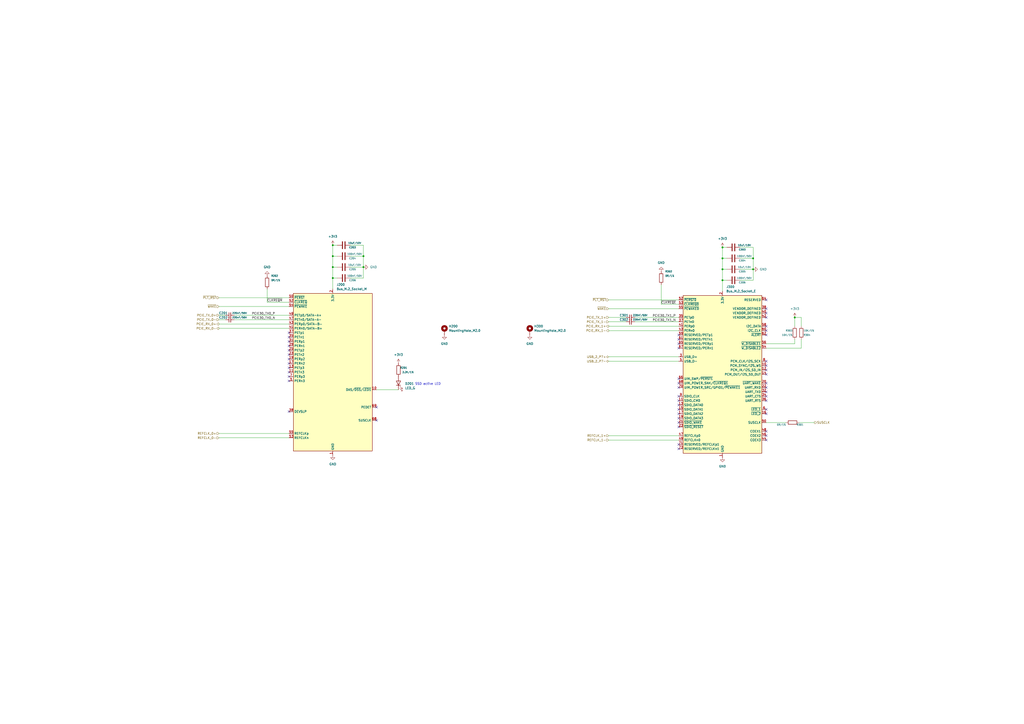
<source format=kicad_sch>
(kicad_sch (version 20231120) (generator "eeschema") (generator_version "8.0")
  (paper "A2")
  (title_block (title "nvme Carrier for LattePanda Mu") (date "2024-07-13") (rev "V1.0"))
  (lib_symbols
    (symbol "Connector:Bus_M.2_Socket_E"
      (property "Reference" "J16" (at 2.1941 50.8 0))
      (property "Value" "Bus_M.2_Socket_E" (at 2.1941 48.26 0))
      (symbol "Bus_M.2_Socket_E_0_1"
        (rectangle (start -22.86 45.72) (end 22.86 -45.72) (stroke (width 0.254)) (fill (type background)))
      )
      (symbol "Bus_M.2_Socket_E_1_1"
        (pin power_in line (at 0 -48.26 90) (length 2.54) (name "GND") (number "1"))
        (pin bidirectional line (at 25.4 5.08 180) (length 2.54) (name "PCM_SYNC/I2S_WS") (number "10"))
        (pin bidirectional line (at -25.4 -15.24 0) (length 2.54) (name "SDIO_CMD") (number "11"))
        (pin input line (at 25.4 2.54 180) (length 2.54) (name "PCM_IN/I2S_SD_IN") (number "12"))
        (pin bidirectional line (at -25.4 -17.78 0) (length 2.54) (name "SDIO_DATA0") (number "13"))
        (pin output line (at 25.4 0 180) (length 2.54) (name "PCM_OUT/I2S_SD_OUT") (number "14"))
        (pin bidirectional line (at -25.4 -20.32 0) (length 2.54) (name "SDIO_DATA1") (number "15"))
        (pin open_collector line (at 25.4 -22.86 180) (length 2.54) (name "~{LED_2}") (number "16"))
        (pin bidirectional line (at -25.4 -22.86 0) (length 2.54) (name "SDIO_DATA2") (number "17"))
        (pin passive line (at 0 -48.26 90) (length 2.54) hide (name "GND") (number "18"))
        (pin bidirectional line (at -25.4 -25.4 0) (length 2.54) (name "SDIO_DATA3") (number "19"))
        (pin power_in line (at 0 48.26 270) (length 2.54) (name "3.3V") (number "2"))
        (pin input line (at 25.4 -5.08 180) (length 2.54) (name "~{UART_WAKE}") (number "20"))
        (pin input line (at -25.4 -27.94 0) (length 2.54) (name "~{SDIO_WAKE}") (number "21"))
        (pin input line (at 25.4 -7.62 180) (length 2.54) (name "UART_RXD") (number "22"))
        (pin output line (at -25.4 -30.48 0) (length 2.54) (name "~{SDIO_RESET}") (number "23"))
        (pin bidirectional line (at -25.4 10.16 0) (length 2.54) (name "USB_D+") (number "3"))
        (pin output line (at 25.4 -10.16 180) (length 2.54) (name "UART_TXD") (number "32"))
        (pin passive line (at 0 -48.26 90) (length 2.54) hide (name "GND") (number "33"))
        (pin input line (at 25.4 -12.7 180) (length 2.54) (name "UART_CTS") (number "34"))
        (pin output line (at -25.4 33.02 0) (length 2.54) (name "PETp0") (number "35"))
        (pin output line (at 25.4 -15.24 180) (length 2.54) (name "UART_RTS") (number "36"))
        (pin output line (at -25.4 30.48 0) (length 2.54) (name "PETn0") (number "37"))
        (pin passive line (at 25.4 38.1 180) (length 2.54) (name "VENDOR_DEFINED") (number "38"))
        (pin passive line (at 0 -48.26 90) (length 2.54) hide (name "GND") (number "39"))
        (pin passive line (at 0 48.26 270) (length 2.54) hide (name "3.3V") (number "4"))
        (pin passive line (at 25.4 35.56 180) (length 2.54) (name "VENDOR_DEFINED") (number "40"))
        (pin input line (at -25.4 27.94 0) (length 2.54) (name "PERp0") (number "41"))
        (pin passive line (at 25.4 33.02 180) (length 2.54) (name "VENDOR_DEFINED") (number "42"))
        (pin input line (at -25.4 25.4 0) (length 2.54) (name "PERn0") (number "43"))
        (pin bidirectional line (at 25.4 -38.1 180) (length 2.54) (name "COEX3") (number "44"))
        (pin passive line (at 0 -48.26 90) (length 2.54) hide (name "GND") (number "45"))
        (pin bidirectional line (at 25.4 -35.56 180) (length 2.54) (name "COEX2") (number "46"))
        (pin output line (at -25.4 -35.56 0) (length 2.54) (name "REFCLKp0") (number "47"))
        (pin bidirectional line (at 25.4 -33.02 180) (length 2.54) (name "COEX1") (number "48"))
        (pin output line (at -25.4 -38.1 0) (length 2.54) (name "REFCLKn0") (number "49"))
        (pin bidirectional line (at -25.4 7.62 0) (length 2.54) (name "USB_D-") (number "5"))
        (pin output line (at 25.4 -27.94 180) (length 2.54) (name "SUSCLK") (number "50"))
        (pin passive line (at 0 -48.26 90) (length 2.54) hide (name "GND") (number "51"))
        (pin output line (at -25.4 43.18 0) (length 2.54) (name "~{PERST0}") (number "52"))
        (pin bidirectional line (at -25.4 40.64 0) (length 2.54) (name "~{CLKREQ0}") (number "53"))
        (pin output line (at 25.4 15.24 180) (length 2.54) (name "~{W_DISABLE2}") (number "54"))
        (pin bidirectional line (at -25.4 38.1 0) (length 2.54) (name "~{PEWAKE0}") (number "55"))
        (pin output line (at 25.4 17.78 180) (length 2.54) (name "~{W_DISABLE1}") (number "56"))
        (pin passive line (at 0 -48.26 90) (length 2.54) hide (name "GND") (number "57"))
        (pin bidirectional line (at 25.4 27.94 180) (length 2.54) (name "I2C_DATA") (number "58"))
        (pin output line (at -25.4 22.86 0) (length 2.54) (name "RESERVED/PETp1") (number "59"))
        (pin open_collector line (at 25.4 -20.32 180) (length 2.54) (name "~{LED_1}") (number "6"))
        (pin output line (at 25.4 25.4 180) (length 2.54) (name "I2C_CLK") (number "60"))
        (pin output line (at -25.4 20.32 0) (length 2.54) (name "RESERVED/PETn1") (number "61"))
        (pin input line (at 25.4 22.86 180) (length 2.54) (name "~{ALERT}") (number "62"))
        (pin passive line (at 0 -48.26 90) (length 2.54) hide (name "GND") (number "63"))
        (pin passive line (at 25.4 43.18 180) (length 2.54) (name "RESERVED") (number "64"))
        (pin input line (at -25.4 17.78 0) (length 2.54) (name "RESERVED/PERp1") (number "65"))
        (pin output line (at -25.4 -2.54 0) (length 2.54) (name "UIM_SWP/~{PERST1}") (number "66"))
        (pin input line (at -25.4 15.24 0) (length 2.54) (name "RESERVED/PERn1") (number "67"))
        (pin bidirectional line (at -25.4 -5.08 0) (length 2.54) (name "UIM_POWER_SNK/~{CLKREQ1}") (number "68"))
        (pin passive line (at 0 -48.26 90) (length 2.54) hide (name "GND") (number "69"))
        (pin passive line (at 0 -48.26 90) (length 2.54) hide (name "GND") (number "7"))
        (pin bidirectional line (at -25.4 -7.62 0) (length 2.54) (name "UIM_POWER_SRC/GPIO1/~{PEWAKE1}") (number "70"))
        (pin output line (at -25.4 -40.64 0) (length 2.54) (name "RESERVED/REFCLKp1") (number "71"))
        (pin passive line (at 0 48.26 270) (length 2.54) hide (name "3.3V") (number "72"))
        (pin output line (at -25.4 -43.18 0) (length 2.54) (name "RESERVED/REFCLKn1") (number "73"))
        (pin passive line (at 0 48.26 270) (length 2.54) hide (name "3.3V") (number "74"))
        (pin passive line (at 0 -48.26 90) (length 2.54) hide (name "GND") (number "75"))
        (pin bidirectional line (at 25.4 7.62 180) (length 2.54) (name "PCM_CLK/I2S_SCK") (number "8"))
        (pin output line (at -25.4 -12.7 0) (length 2.54) (name "SDIO_CLK") (number "9"))
        (pin passive line (at 0 -48.26 90) (length 2.54) hide (name "MP1") (number "MP1"))
        (pin passive line (at 0 -48.26 90) (length 2.54) hide (name "MP2") (number "MP2"))
      )
    )
    (symbol "Connector:Bus_M.2_Socket_M"
      (property "Reference" "J15" (at 2.1941 50.8 0))
      (property "Value" "Bus_M.2_Socket_M" (at 2.1941 48.26 0))
      (symbol "Bus_M.2_Socket_M_0_1"
        (rectangle (start -22.86 45.72) (end 22.86 -45.72) (stroke (width 0.254)) (fill (type background)))
      )
      (symbol "Bus_M.2_Socket_M_1_1"
        (pin power_in line (at 0 -48.26 90) (length 2.54) (name "GND") (number "1"))
        (pin bidirectional line (at 25.4 -10.16 180) (length 2.54) (name "DAS/~{DSS}/~{LED1}") (number "10"))
        (pin output line (at -25.4 0 0) (length 2.54) (name "PETn3") (number "11"))
        (pin passive line (at 0 48.26 270) (length 2.54) hide (name "3.3V") (number "12"))
        (pin output line (at -25.4 2.54 0) (length 2.54) (name "PETp3") (number "13"))
        (pin passive line (at 0 48.26 270) (length 2.54) hide (name "3.3V") (number "14"))
        (pin passive line (at 0 -48.26 90) (length 2.54) hide (name "GND") (number "15"))
        (pin passive line (at 0 48.26 270) (length 2.54) hide (name "3.3V") (number "16"))
        (pin input line (at -25.4 5.08 0) (length 2.54) (name "PERn2") (number "17"))
        (pin passive line (at 0 48.26 270) (length 2.54) hide (name "3.3V") (number "18"))
        (pin input line (at -25.4 7.62 0) (length 2.54) (name "PERp2") (number "19"))
        (pin power_in line (at 0 48.26 270) (length 2.54) (name "3.3V") (number "2"))
        (pin no_connect line (at 22.86 2.54 180) (length 2.54) hide (name "NC") (number "20"))
        (pin passive line (at 0 -48.26 90) (length 2.54) hide (name "GND") (number "21"))
        (pin no_connect line (at 22.86 5.08 180) (length 2.54) hide (name "NC") (number "22"))
        (pin output line (at -25.4 10.16 0) (length 2.54) (name "PETn2") (number "23"))
        (pin no_connect line (at 22.86 7.62 180) (length 2.54) hide (name "NC") (number "24"))
        (pin output line (at -25.4 12.7 0) (length 2.54) (name "PETp2") (number "25"))
        (pin no_connect line (at 22.86 10.16 180) (length 2.54) hide (name "NC") (number "26"))
        (pin passive line (at 0 -48.26 90) (length 2.54) hide (name "GND") (number "27"))
        (pin no_connect line (at 22.86 12.7 180) (length 2.54) hide (name "NC") (number "28"))
        (pin input line (at -25.4 15.24 0) (length 2.54) (name "PERn1") (number "29"))
        (pin passive line (at 0 -48.26 90) (length 2.54) hide (name "GND") (number "3"))
        (pin no_connect line (at 22.86 15.24 180) (length 2.54) hide (name "NC") (number "30"))
        (pin input line (at -25.4 17.78 0) (length 2.54) (name "PERp1") (number "31"))
        (pin no_connect line (at 22.86 17.78 180) (length 2.54) hide (name "NC") (number "32"))
        (pin passive line (at 0 -48.26 90) (length 2.54) hide (name "GND") (number "33"))
        (pin no_connect line (at 22.86 20.32 180) (length 2.54) hide (name "NC") (number "34"))
        (pin output line (at -25.4 20.32 0) (length 2.54) (name "PETn1") (number "35"))
        (pin no_connect line (at 22.86 22.86 180) (length 2.54) hide (name "NC") (number "36"))
        (pin output line (at -25.4 22.86 0) (length 2.54) (name "PETp1") (number "37"))
        (pin output line (at -25.4 -22.86 0) (length 2.54) (name "DEVSLP") (number "38"))
        (pin passive line (at 0 -48.26 90) (length 2.54) hide (name "GND") (number "39"))
        (pin passive line (at 0 48.26 270) (length 2.54) hide (name "3.3V") (number "4"))
        (pin no_connect line (at 22.86 25.4 180) (length 2.54) hide (name "NC") (number "40"))
        (pin input line (at -25.4 25.4 0) (length 2.54) (name "PERn0/SATA-B+") (number "41"))
        (pin no_connect line (at 22.86 27.94 180) (length 2.54) hide (name "NC") (number "42"))
        (pin input line (at -25.4 27.94 0) (length 2.54) (name "PERp0/SATA-B-") (number "43"))
        (pin no_connect line (at 22.86 30.48 180) (length 2.54) hide (name "NC") (number "44"))
        (pin passive line (at 0 -48.26 90) (length 2.54) hide (name "GND") (number "45"))
        (pin no_connect line (at 22.86 33.02 180) (length 2.54) hide (name "NC") (number "46"))
        (pin output line (at -25.4 30.48 0) (length 2.54) (name "PETn0/SATA-A-") (number "47"))
        (pin no_connect line (at 22.86 35.56 180) (length 2.54) hide (name "NC") (number "48"))
        (pin output line (at -25.4 33.02 0) (length 2.54) (name "PETp0/SATA-A+") (number "49"))
        (pin input line (at -25.4 -5.08 0) (length 2.54) (name "PERn3") (number "5"))
        (pin output line (at -25.4 43.18 0) (length 2.54) (name "~{PERST}") (number "50"))
        (pin passive line (at 0 -48.26 90) (length 2.54) hide (name "GND") (number "51"))
        (pin bidirectional line (at -25.4 40.64 0) (length 2.54) (name "~{CLKREQ}") (number "52"))
        (pin output line (at -25.4 -38.1 0) (length 2.54) (name "REFCLKn") (number "53"))
        (pin bidirectional line (at -25.4 38.1 0) (length 2.54) (name "~{PEWAKE}") (number "54"))
        (pin output line (at -25.4 -35.56 0) (length 2.54) (name "REFCLKp") (number "55"))
        (pin no_connect line (at 22.86 38.1 180) (length 2.54) hide (name "NC") (number "56"))
        (pin passive line (at 0 -48.26 90) (length 2.54) hide (name "GND") (number "57"))
        (pin no_connect line (at 22.86 40.64 180) (length 2.54) hide (name "NC") (number "58"))
        (pin no_connect line (at 22.86 -2.54 180) (length 2.54) hide (name "NC") (number "6"))
        (pin no_connect line (at 22.86 -5.08 180) (length 2.54) hide (name "NC") (number "67"))
        (pin output line (at 25.4 -27.94 180) (length 2.54) (name "SUSCLK") (number "68"))
        (pin passive line (at 25.4 -20.32 180) (length 2.54) (name "PEDET") (number "69"))
        (pin input line (at -25.4 -2.54 0) (length 2.54) (name "PERp3") (number "7"))
        (pin passive line (at 0 48.26 270) (length 2.54) hide (name "3.3V") (number "70"))
        (pin passive line (at 0 -48.26 90) (length 2.54) hide (name "GND") (number "71"))
        (pin passive line (at 0 48.26 270) (length 2.54) hide (name "3.3V") (number "72"))
        (pin passive line (at 0 -48.26 90) (length 2.54) hide (name "GND") (number "73"))
        (pin passive line (at 0 48.26 270) (length 2.54) hide (name "3.3V") (number "74"))
        (pin passive line (at 0 -48.26 90) (length 2.54) hide (name "GND") (number "75"))
        (pin no_connect line (at 22.86 0 180) (length 2.54) hide (name "NC") (number "8"))
        (pin passive line (at 0 -48.26 90) (length 2.54) hide (name "GND") (number "9"))
        (pin passive line (at 0 -48.26 90) (length 2.54) hide (name "MP1") (number "MP1"))
        (pin passive line (at 0 -48.26 90) (length 2.54) hide (name "MP2") (number "MP2"))
      )
    )
    (symbol "Device:C" (pin_numbers hide) (pin_names (offset 0.254))
      (property "Reference" "C" (at 0.635 2.54 0))
      (property "Value" "C" (at 0.635 -2.54 0))
      (symbol "C_0_1"
        (polyline (pts (xy -2.032 -0.762) (xy 2.032 -0.762)) (stroke (width 0.508)))
        (polyline (pts (xy -2.032 0.762) (xy 2.032 0.762)) (stroke (width 0.508)))
      )
      (symbol "C_1_1"
        (pin passive line (at 0 3.81 270) (length 2.794) (name "~") (number "1"))
        (pin passive line (at 0 -3.81 90) (length 2.794) (name "~") (number "2"))
      )
    )
    (symbol "Device:C_Small" (pin_numbers hide) (pin_names (offset 0.254) hide)
      (property "Reference" "C" (at 0.254 1.778 0))
      (property "Value" "C_Small" (at 0.254 -2.032 0))
      (symbol "C_Small_0_1"
        (polyline (pts (xy -1.524 -0.508) (xy 1.524 -0.508)) (stroke (width 0.3302)))
        (polyline (pts (xy -1.524 0.508) (xy 1.524 0.508)) (stroke (width 0.3048)))
      )
      (symbol "C_Small_1_1"
        (pin passive line (at 0 2.54 270) (length 2.032) (name "~") (number "1"))
        (pin passive line (at 0 -2.54 90) (length 2.032) (name "~") (number "2"))
      )
    )
    (symbol "Device:LED" (pin_numbers hide) (pin_names (offset 1.016) hide)
      (property "Reference" "D" (at 0 2.54 0))
      (property "Value" "LED" (at 0 -2.54 0))
      (symbol "LED_0_1"
        (polyline (pts (xy -1.27 -1.27) (xy -1.27 1.27)) (stroke (width 0.254)))
        (polyline (pts (xy -1.27 0) (xy 1.27 0)))
        (polyline (pts (xy 1.27 -1.27) (xy 1.27 1.27) (xy -1.27 0) (xy 1.27 -1.27)) (stroke (width 0.254)))
        (polyline (pts (xy -3.048 -0.762) (xy -4.572 -2.286) (xy -3.81 -2.286) (xy -4.572 -2.286) (xy -4.572 -1.524)))
        (polyline (pts (xy -1.778 -0.762) (xy -3.302 -2.286) (xy -2.54 -2.286) (xy -3.302 -2.286) (xy -3.302 -1.524)))
      )
      (symbol "LED_1_1"
        (pin passive line (at -3.81 0 0) (length 2.54) (name "K") (number "1"))
        (pin passive line (at 3.81 0 180) (length 2.54) (name "A") (number "2"))
      )
    )
    (symbol "Device:R" (pin_numbers hide) (pin_names (offset 0))
      (property "Reference" "R" (at 2.032 0 90))
      (property "Value" "R" (at 0 0 90))
      (symbol "R_0_1"
        (rectangle (start -1.016 -2.54) (end 1.016 2.54) (stroke (width 0.254)))
      )
      (symbol "R_1_1"
        (pin passive line (at 0 3.81 270) (length 1.27) (name "~") (number "1"))
        (pin passive line (at 0 -3.81 90) (length 1.27) (name "~") (number "2"))
      )
    )
    (symbol "Mechanical:MountingHole_Pad" (pin_numbers hide) (pin_names (offset 1.016) hide)
      (property "Reference" "H" (at 0 6.35 0))
      (property "Value" "MountingHole_Pad" (at 0 4.445 0))
      (symbol "MountingHole_Pad_0_1"
        (circle (center 0 1.27) (radius 1.27) (stroke (width 1.27)))
      )
      (symbol "MountingHole_Pad_1_1"
        (pin input line (at 0 -2.54 90) (length 2.54) (name "1") (number "1"))
      )
    )
    (symbol "power:+3V3" (power) (pin_numbers hide) (pin_names (offset 0) hide)
      (property "Value" "+3V3" (at 0 3.556 0))
      (symbol "+3V3_0_1"
        (polyline (pts (xy -0.762 1.27) (xy 0 2.54)))
        (polyline (pts (xy 0 0) (xy 0 2.54)))
        (polyline (pts (xy 0 2.54) (xy 0.762 1.27)))
      )
      (symbol "+3V3_1_1"
        (pin power_in line (at 0 0 90) (length 0) (name "~") (number "1"))
      )
    )
    (symbol "power:GND" (power) (pin_numbers hide) (pin_names (offset 0) hide)
      (property "Value" "GND" (at 0 -3.81 0))
      (symbol "GND_0_1"
        (polyline (pts (xy 0 0) (xy 0 -1.27) (xy 1.27 -1.27) (xy 0 -2.54) (xy -1.27 -1.27) (xy 0 -1.27)))
      )
      (symbol "GND_1_1"
        (pin power_in line (at 0 0 270) (length 0) (name "~") (number "1"))
      )
    )
  )
  (junction (at 419.1 149.86))
  (junction (at 419.1 143.51))
  (junction (at 436.88 156.21))
  (junction (at 461.01 184.15))
  (junction (at 436.88 149.86))
  (junction (at 193.04 148.59))
  (junction (at 210.82 148.59))
  (junction (at 193.04 142.24))
  (junction (at 193.04 154.94))
  (junction (at 193.04 161.29))
  (junction (at 419.1 162.56))
  (junction (at 210.82 154.94))
  (junction (at 419.1 156.21))
  (no_connect (at 444.5 212.09))
  (no_connect (at 393.7 240.03))
  (no_connect (at 167.64 195.58))
  (no_connect (at 444.5 191.77))
  (no_connect (at 167.64 200.66))
  (no_connect (at 444.5 224.79))
  (no_connect (at 444.5 237.49))
  (no_connect (at 393.7 222.25))
  (no_connect (at 444.5 184.15))
  (no_connect (at 218.44 243.84))
  (no_connect (at 444.5 181.61))
  (no_connect (at 393.7 199.39))
  (no_connect (at 444.5 232.41))
  (no_connect (at 393.7 201.93))
  (no_connect (at 444.5 227.33))
  (no_connect (at 167.64 193.04))
  (no_connect (at 393.7 224.79))
  (no_connect (at 393.7 229.87))
  (no_connect (at 444.5 214.63))
  (no_connect (at 167.64 203.2))
  (no_connect (at 167.64 208.28))
  (no_connect (at 393.7 237.49))
  (no_connect (at 393.7 194.31))
  (no_connect (at 167.64 198.12))
  (no_connect (at 444.5 229.87))
  (no_connect (at 444.5 252.73))
  (no_connect (at 167.64 213.36))
  (no_connect (at 444.5 222.25))
  (no_connect (at 167.64 205.74))
  (no_connect (at 393.7 234.95))
  (no_connect (at 167.64 220.98))
  (no_connect (at 167.64 215.9))
  (no_connect (at 393.7 232.41))
  (no_connect (at 444.5 255.27))
  (no_connect (at 444.5 194.31))
  (no_connect (at 393.7 242.57))
  (no_connect (at 444.5 250.19))
  (no_connect (at 444.5 189.23))
  (no_connect (at 393.7 247.65))
  (no_connect (at 167.64 218.44))
  (no_connect (at 444.5 179.07))
  (no_connect (at 218.44 236.22))
  (no_connect (at 444.5 217.17))
  (no_connect (at 444.5 209.55))
  (no_connect (at 167.64 210.82))
  (no_connect (at 393.7 219.71))
  (no_connect (at 393.7 196.85))
  (no_connect (at 444.5 240.03))
  (no_connect (at 444.5 173.99))
  (no_connect (at 167.64 238.76))
  (no_connect (at 393.7 257.81))
  (no_connect (at 393.7 245.11))
  (no_connect (at 393.7 260.35))
  (wire (pts (xy 368.3 184.15) (xy 393.7 184.15)))
  (wire (pts (xy 210.82 148.59) (xy 210.82 154.94)))
  (wire (pts (xy 127 182.88) (xy 130.81 182.88)))
  (wire (pts (xy 463.55 245.11) (xy 472.44 245.11)))
  (wire (pts (xy 127 185.42) (xy 130.81 185.42)))
  (wire (pts (xy 154.94 175.26) (xy 167.64 175.26)))
  (wire (pts (xy 429.26 162.56) (xy 436.88 162.56)))
  (wire (pts (xy 436.88 143.51) (xy 436.88 149.86)))
  (wire (pts (xy 127 254) (xy 167.64 254)))
  (wire (pts (xy 464.82 184.15) (xy 461.01 184.15)))
  (wire (pts (xy 429.26 143.51) (xy 436.88 143.51)))
  (wire (pts (xy 383.54 165.1) (xy 383.54 176.53)))
  (wire (pts (xy 193.04 142.24) (xy 193.04 148.59)))
  (wire (pts (xy 193.04 148.59) (xy 195.58 148.59)))
  (wire (pts (xy 127 187.96) (xy 167.64 187.96)))
  (wire (pts (xy 195.58 154.94) (xy 193.04 154.94)))
  (wire (pts (xy 353.06 207.01) (xy 393.7 207.01)))
  (wire (pts (xy 135.89 185.42) (xy 167.64 185.42)))
  (wire (pts (xy 353.06 191.77) (xy 393.7 191.77)))
  (wire (pts (xy 353.06 255.27) (xy 393.7 255.27)))
  (wire (pts (xy 383.54 176.53) (xy 393.7 176.53)))
  (wire (pts (xy 436.88 149.86) (xy 436.88 156.21)))
  (wire (pts (xy 419.1 156.21) (xy 419.1 162.56)))
  (wire (pts (xy 218.44 226.06) (xy 231.14 226.06)))
  (wire (pts (xy 461.01 199.39) (xy 461.01 196.85)))
  (wire (pts (xy 195.58 161.29) (xy 193.04 161.29)))
  (wire (pts (xy 193.04 142.24) (xy 195.58 142.24)))
  (wire (pts (xy 127 177.8) (xy 167.64 177.8)))
  (wire (pts (xy 419.1 162.56) (xy 419.1 168.91)))
  (wire (pts (xy 193.04 148.59) (xy 193.04 154.94)))
  (wire (pts (xy 353.06 179.07) (xy 393.7 179.07)))
  (wire (pts (xy 135.89 182.88) (xy 167.64 182.88)))
  (wire (pts (xy 419.1 149.86) (xy 419.1 156.21)))
  (wire (pts (xy 127 251.46) (xy 167.64 251.46)))
  (wire (pts (xy 429.26 156.21) (xy 436.88 156.21)))
  (wire (pts (xy 353.06 186.69) (xy 363.22 186.69)))
  (wire (pts (xy 419.1 143.51) (xy 421.64 143.51)))
  (wire (pts (xy 203.2 142.24) (xy 210.82 142.24)))
  (wire (pts (xy 461.01 184.15) (xy 461.01 189.23)))
  (wire (pts (xy 353.06 209.55) (xy 393.7 209.55)))
  (wire (pts (xy 444.5 199.39) (xy 461.01 199.39)))
  (wire (pts (xy 203.2 154.94) (xy 210.82 154.94)))
  (wire (pts (xy 464.82 189.23) (xy 464.82 184.15)))
  (wire (pts (xy 193.04 161.29) (xy 193.04 167.64)))
  (wire (pts (xy 353.06 173.99) (xy 393.7 173.99)))
  (wire (pts (xy 353.06 189.23) (xy 393.7 189.23)))
  (wire (pts (xy 203.2 161.29) (xy 210.82 161.29)))
  (wire (pts (xy 154.94 167.64) (xy 154.94 175.26)))
  (wire (pts (xy 421.64 156.21) (xy 419.1 156.21)))
  (wire (pts (xy 353.06 184.15) (xy 363.22 184.15)))
  (wire (pts (xy 436.88 162.56) (xy 436.88 156.21)))
  (wire (pts (xy 421.64 162.56) (xy 419.1 162.56)))
  (wire (pts (xy 203.2 148.59) (xy 210.82 148.59)))
  (wire (pts (xy 429.26 149.86) (xy 436.88 149.86)))
  (wire (pts (xy 210.82 161.29) (xy 210.82 154.94)))
  (wire (pts (xy 419.1 149.86) (xy 421.64 149.86)))
  (wire (pts (xy 210.82 142.24) (xy 210.82 148.59)))
  (wire (pts (xy 464.82 201.93) (xy 464.82 196.85)))
  (wire (pts (xy 127 190.5) (xy 167.64 190.5)))
  (wire (pts (xy 444.5 245.11) (xy 455.93 245.11)))
  (wire (pts (xy 127 172.72) (xy 167.64 172.72)))
  (wire (pts (xy 444.5 201.93) (xy 464.82 201.93)))
  (wire (pts (xy 353.06 252.73) (xy 393.7 252.73)))
  (wire (pts (xy 419.1 143.51) (xy 419.1 149.86)))
  (wire (pts (xy 368.3 186.69) (xy 393.7 186.69)))
  (wire (pts (xy 193.04 154.94) (xy 193.04 161.29)))
  (text "SSD active LED" (at 240.792 223.52 0) (effects (font (size 1.27 1.27)) (justify left bottom)))
  (label "PCIE30_TX0_N" (at 146.05 185.42 0))
  (label "PCIE30_TX1_N" (at 378.46 186.69 0))
  (label "PCIE30_TX1_P" (at 378.46 184.15 0))
  (label "PCIE30_TX0_P" (at 146.05 182.88 0))
  (label "~{CLKREQE}" (at 383.54 176.53 0))
  (label "~{CLKREQM}" (at 154.94 175.26 0))
  (hierarchical_label "~{WAKE}" (shape input) (at 353.06 179.07 180))
  (hierarchical_label "PCIE_RX_1+" (shape output) (at 353.06 189.23 180))
  (hierarchical_label "USB_2_P7-" (shape bidirectional) (at 353.06 209.55 180))
  (hierarchical_label "PCIE_RX_1-" (shape output) (at 353.06 191.77 180))
  (hierarchical_label "REFCLK_0-" (shape input) (at 127 254 180))
  (hierarchical_label "~{PLT_RST}" (shape input) (at 353.06 173.99 180))
  (hierarchical_label "~{PLT_RST}" (shape input) (at 127 172.72 180))
  (hierarchical_label "~{WAKE}" (shape input) (at 127 177.8 180))
  (hierarchical_label "PCIE_TX_0+" (shape input) (at 127 182.88 180))
  (hierarchical_label "REFCLK_0+" (shape input) (at 127 251.46 180))
  (hierarchical_label "PCIE_RX_0+" (shape output) (at 127 187.96 180))
  (hierarchical_label "PCIE_TX_1+" (shape input) (at 353.06 184.15 180))
  (hierarchical_label "PCIE_TX_0-" (shape input) (at 127 185.42 180))
  (hierarchical_label "PCIE_RX_0-" (shape output) (at 127 190.5 180))
  (hierarchical_label "PCIE_TX_1-" (shape input) (at 353.06 186.69 180))
  (hierarchical_label "SUSCLK" (shape output) (at 472.44 245.11 0))
  (hierarchical_label "REFCLK_1+" (shape input) (at 353.06 252.73 180))
  (hierarchical_label "USB_2_P7+" (shape bidirectional) (at 353.06 207.01 180))
  (hierarchical_label "REFCLK_1-" (shape input) (at 353.06 255.27 180))
  (symbol (lib_id "Device:C_Small") (at 365.76 186.69 90) (unit 1)
    (property "Reference" "C302" (at 364.49 185.42 90) (effects (justify left)))
    (property "Value" "220nF/50V" (at 367.03 185.42 90) (effects (font (size 1 1)) (justify right)))
    (property "Footprint" "A_HDJ_Library:C_0402_1005Metric" (effects (hide yes)))
    (property "Datasheet" "https://wmsc.lcsc.com/wmsc/upload/file/pdf/v2/lcsc/2209081730_Murata-Electronics-GRM155R61H224KE01D_C5159775.pdf" (effects (hide yes)))
    (property "SCH_Show_Footprint" "C0402" (effects (hide yes)))
    (property "Part#" "C5159775" (effects (hide yes)))
    (property "MPN" "GRM155R61H224KE01D" (effects (hide yes)))
    (property "Package" "0402" (effects (hide yes)))
    (property "LCSC Part #" "C5159775" (effects (hide yes)))
  )
  (symbol (lib_id "power:+3V3") (at 461.01 184.15 0) (unit 1)
    (property "Reference" "#PWR0234" (effects (hide yes)))
    (property "Value" "+3V3" (at 461.01 179.07 0))
  )
  (symbol (lib_id "Device:R") (at 154.94 163.83 180) (unit 1)
    (property "Reference" "R202" (at 161.29 160.02 0) (effects (font (size 1 1)) (justify left)))
    (property "Value" "0R/1%" (at 162.56 162.56 0) (effects (font (size 1 1)) (justify left)))
    (property "Footprint" "A_HDJ_Library:R_0402_1005Metric" (effects (hide yes)))
  )
  (symbol (lib_id "power:GND") (at 307.34 194.31 0) (unit 1)
    (property "Reference" "#PWR0229" (effects (hide yes)))
    (property "Value" "GND" (at 307.34 199.39 0))
  )
  (symbol (lib_id "Device:C_Small") (at 133.35 182.88 90) (unit 1)
    (property "Reference" "C201" (at 132.08 181.61 90) (effects (justify left)))
    (property "Value" "220nF/50V" (at 134.62 181.61 90) (effects (font (size 1 1)) (justify right)))
    (property "Footprint" "A_HDJ_Library:C_0402_1005Metric" (effects (hide yes)))
    (property "Datasheet" "https://wmsc.lcsc.com/wmsc/upload/file/pdf/v2/lcsc/2209081730_Murata-Electronics-GRM155R61H224KE01D_C5159775.pdf" (effects (hide yes)))
    (property "SCH_Show_Footprint" "C0402" (effects (hide yes)))
    (property "Part#" "C5159775" (effects (hide yes)))
    (property "MPN" "GRM155R61H224KE01D" (effects (hide yes)))
    (property "Package" "0402" (effects (hide yes)))
    (property "LCSC Part #" "C5159775" (effects (hide yes)))
    (instances (project "nvme Carrier for LattePanda Mu" (path "" (reference "C201") (unit 1))) (project "LPM-PCIeEx" (path "" (reference "C?") (unit 1))))
  )
  (symbol (lib_id "power:GND") (at 436.88 156.21 90) (unit 1)
    (property "Reference" "#PWR0233" (effects (hide yes)))
    (property "Value" "GND" (at 440.69 156.21 90) (effects (justify right)))
  )
  (symbol (lib_id "Device:C") (at 199.39 148.59 270) (unit 1)
    (property "Reference" "C204" (at 204.47 149.86 90) (effects (font (size 1 1))))
    (property "Value" "100nF/50V" (at 205.74 147.32 90) (effects (font (size 1 1))))
    (property "Footprint" "A_HDJ_Library:C_0402_1005Metric" (effects (hide yes)))
    (property "SCH_Show_Footprint" "C0402" (effects (hide yes)))
  )
  (symbol (lib_id "Device:C") (at 425.45 162.56 270) (unit 1)
    (property "Reference" "C306" (at 430.53 163.83 90) (effects (font (size 1 1))))
    (property "Value" "100nF/50V" (at 431.8 161.29 90) (effects (font (size 1 1))))
    (property "Footprint" "A_HDJ_Library:C_0402_1005Metric" (effects (hide yes)))
    (property "SCH_Show_Footprint" "C0402" (effects (hide yes)))
  )
  (symbol (lib_id "Connector:Bus_M.2_Socket_E") (at 419.1 217.17 0) (unit 1)
    (property "Reference" "J300" (at 421.2941 166.37 0) (effects (justify left)))
    (property "Value" "Bus_M.2_Socket_E" (at 421.2941 168.91 0) (effects (justify left)))
    (property "Footprint" "A_HDJ_Library:PCIe_M.2_Connectors_P=0.5mm_H=4.2mm_KeyE" (effects (hide yes)))
    (property "Datasheet" "http://read.pudn.com/downloads794/doc/project/3133918/PCIe_M.2_Electromechanical_Spec_Rev1.0_Final_11012013_RS_Clean.pdf#page=150" (effects (hide yes)))
  )
  (symbol (lib_id "Device:LED") (at 231.14 222.25 90) (unit 1)
    (property "Reference" "D201" (at 234.95 222.5674 90) (effects (justify right)))
    (property "Value" "LED_G" (at 234.95 225.1074 90) (effects (justify right)))
    (property "Footprint" "A_HDJ_Library:LED_0603_1608Metric" (effects (hide yes)))
    (property "SCH_Show_Footprint" "LED0603" (effects (hide yes)))
  )
  (symbol (lib_id "Mechanical:MountingHole_Pad") (at 307.34 191.77 0) (unit 1)
    (property "Reference" "H300" (at 309.88 189.23 0) (effects (justify left)))
    (property "Value" "MountingHole_M2.0" (at 309.88 191.77 0) (effects (justify left)))
    (property "Footprint" "A_HDJ_Library:MountingHole_2.75mm_M2_4.4mm_Pad_TopOnly" (effects (hide yes)))
  )
  (symbol (lib_id "Device:C") (at 199.39 142.24 270) (unit 1)
    (property "Reference" "C203" (at 204.47 143.51 90) (effects (font (size 1 1))))
    (property "Value" "10uF/10V" (at 205.74 140.97 90) (effects (font (size 1 1))))
    (property "Footprint" "A_HDJ_Library:C_0402_1005Metric" (effects (hide yes)))
    (property "SCH_Show_Footprint" "C0402" (effects (hide yes)))
  )
  (symbol (lib_id "power:GND") (at 193.04 264.16 0) (unit 1)
    (property "Reference" "#PWR0224" (effects (hide yes)))
    (property "Value" "GND" (at 193.04 269.24 0))
  )
  (symbol (lib_id "power:GND") (at 383.54 157.48 180) (unit 1)
    (property "Reference" "#PWR0230" (effects (hide yes)))
    (property "Value" "GND" (at 383.54 152.4 0))
  )
  (symbol (lib_id "power:+3V3") (at 193.04 142.24 0) (unit 1)
    (property "Reference" "#PWR0223" (effects (hide yes)))
    (property "Value" "+3V3" (at 193.04 137.16 0))
  )
  (symbol (lib_id "power:GND") (at 210.82 154.94 90) (unit 1)
    (property "Reference" "#PWR0225" (effects (hide yes)))
    (property "Value" "GND" (at 214.63 154.94 90) (effects (justify right)))
  )
  (symbol (lib_id "Device:C_Small") (at 365.76 184.15 90) (unit 1)
    (property "Reference" "C301" (at 364.49 182.88 90) (effects (justify left)))
    (property "Value" "220nF/50V" (at 367.03 182.88 90) (effects (font (size 1 1)) (justify right)))
    (property "Footprint" "A_HDJ_Library:C_0402_1005Metric" (effects (hide yes)))
    (property "Datasheet" "https://wmsc.lcsc.com/wmsc/upload/file/pdf/v2/lcsc/2209081730_Murata-Electronics-GRM155R61H224KE01D_C5159775.pdf" (effects (hide yes)))
    (property "SCH_Show_Footprint" "C0402" (effects (hide yes)))
    (property "Part#" "C5159775" (effects (hide yes)))
    (property "MPN" "GRM155R61H224KE01D" (effects (hide yes)))
    (property "Package" "0402" (effects (hide yes)))
    (property "LCSC Part #" "C5159775" (effects (hide yes)))
  )
  (symbol (lib_id "Device:C") (at 199.39 161.29 270) (unit 1)
    (property "Reference" "C206" (at 204.47 162.56 90) (effects (font (size 1 1))))
    (property "Value" "100nF/50V" (at 205.74 160.02 90) (effects (font (size 1 1))))
    (property "Footprint" "A_HDJ_Library:C_0402_1005Metric" (effects (hide yes)))
    (property "SCH_Show_Footprint" "C0402" (effects (hide yes)))
  )
  (symbol (lib_id "Device:C") (at 199.39 154.94 270) (unit 1)
    (property "Reference" "C205" (at 204.47 156.21 90) (effects (font (size 1 1))))
    (property "Value" "10uF/10V" (at 205.74 153.67 90) (effects (font (size 1 1))))
    (property "Footprint" "A_HDJ_Library:C_0402_1005Metric" (effects (hide yes)))
    (property "SCH_Show_Footprint" "C0402" (effects (hide yes)))
  )
  (symbol (lib_id "Device:R") (at 383.54 161.29 180) (unit 1)
    (property "Reference" "R302" (at 389.89 157.48 0) (effects (font (size 1 1)) (justify left)))
    (property "Value" "0R/1%" (at 391.16 160.02 0) (effects (font (size 1 1)) (justify left)))
    (property "Footprint" "A_HDJ_Library:R_0402_1005Metric" (effects (hide yes)))
  )
  (symbol (lib_id "Connector:Bus_M.2_Socket_M") (at 193.04 215.9 0) (unit 1)
    (property "Reference" "J200" (at 195.2341 165.1 0) (effects (justify left)))
    (property "Value" "Bus_M.2_Socket_M" (at 195.2341 167.64 0) (effects (justify left)))
    (property "Footprint" "A_HDJ_Library:PCIe_M.2_Connectors_P=0.5mm_H=4.2mm_KeyM" (effects (hide yes)))
    (property "Datasheet" "http://read.pudn.com/downloads794/doc/project/3133918/PCIe_M.2_Electromechanical_Spec_Rev1.0_Final_11012013_RS_Clean.pdf#page=155" (effects (hide yes)))
  )
  (symbol (lib_id "power:+3V3") (at 419.1 143.51 0) (unit 1)
    (property "Reference" "#PWR0231" (effects (hide yes)))
    (property "Value" "+3V3" (at 419.1 138.43 0))
  )
  (symbol (lib_id "power:GND") (at 154.94 160.02 180) (unit 1)
    (property "Reference" "#PWR0222" (effects (hide yes)))
    (property "Value" "GND" (at 154.94 154.94 0))
  )
  (symbol (lib_id "Device:C") (at 425.45 156.21 270) (unit 1)
    (property "Reference" "C305" (at 430.53 157.48 90) (effects (font (size 1 1))))
    (property "Value" "10uF/10V" (at 431.8 154.94 90) (effects (font (size 1 1))))
    (property "Footprint" "A_HDJ_Library:C_0402_1005Metric" (effects (hide yes)))
    (property "SCH_Show_Footprint" "C0402" (effects (hide yes)))
  )
  (symbol (lib_id "Device:C") (at 425.45 143.51 270) (unit 1)
    (property "Reference" "C303" (at 430.53 144.78 90) (effects (font (size 1 1))))
    (property "Value" "10uF/10V" (at 431.8 142.24 90) (effects (font (size 1 1))))
    (property "Footprint" "A_HDJ_Library:C_0402_1005Metric" (effects (hide yes)))
    (property "SCH_Show_Footprint" "C0402" (effects (hide yes)))
  )
  (symbol (lib_id "Device:C_Small") (at 133.35 185.42 90) (unit 1)
    (property "Reference" "C202" (at 132.08 184.15 90) (effects (justify left)))
    (property "Value" "220nF/50V" (at 134.62 184.15 90) (effects (font (size 1 1)) (justify right)))
    (property "Footprint" "A_HDJ_Library:C_0402_1005Metric" (effects (hide yes)))
    (property "Datasheet" "https://wmsc.lcsc.com/wmsc/upload/file/pdf/v2/lcsc/2209081730_Murata-Electronics-GRM155R61H224KE01D_C5159775.pdf" (effects (hide yes)))
    (property "SCH_Show_Footprint" "C0402" (effects (hide yes)))
    (property "Part#" "C5159775" (effects (hide yes)))
    (property "MPN" "GRM155R61H224KE01D" (effects (hide yes)))
    (property "Package" "0402" (effects (hide yes)))
    (property "LCSC Part #" "C5159775" (effects (hide yes)))
    (instances (project "nvme Carrier for LattePanda Mu" (path "" (reference "C202") (unit 1))) (project "LPM-PCIeEx" (path "" (reference "C?") (unit 1))))
  )
  (symbol (lib_id "Device:C") (at 425.45 149.86 270) (unit 1)
    (property "Reference" "C304" (at 430.53 151.13 90) (effects (font (size 1 1))))
    (property "Value" "100nF/50V" (at 431.8 148.59 90) (effects (font (size 1 1))))
    (property "Footprint" "A_HDJ_Library:C_0402_1005Metric" (effects (hide yes)))
    (property "SCH_Show_Footprint" "C0402" (effects (hide yes)))
  )
  (symbol (lib_id "power:GND") (at 257.81 194.31 0) (unit 1)
    (property "Reference" "#PWR0228" (effects (hide yes)))
    (property "Value" "GND" (at 257.81 199.39 0))
  )
  (symbol (lib_id "Device:R") (at 461.01 193.04 180) (unit 1)
    (property "Reference" "R303" (at 459.74 191.77 0) (effects (font (size 1 1)) (justify left)))
    (property "Value" "10K/1%" (at 459.74 194.31 0) (effects (font (size 1 1)) (justify left)))
    (property "Footprint" "A_HDJ_Library:R_0402_1005Metric" (effects (hide yes)))
  )
  (symbol (lib_id "Mechanical:MountingHole_Pad") (at 257.81 191.77 0) (unit 1)
    (property "Reference" "H200" (at 260.35 189.2299 0) (effects (justify left)))
    (property "Value" "MountingHole_M2.0" (at 260.35 191.7699 0) (effects (justify left)))
    (property "Footprint" "A_HDJ_Library:MountingHole_2.75mm_M2_4.4mm_Pad_TopOnly" (effects (hide yes)))
  )
  (symbol (lib_id "Device:R") (at 231.14 214.63 180) (unit 1)
    (property "Reference" "R201" (at 236.22 213.36 0) (effects (font (size 1 1)) (justify left)))
    (property "Value" "2.2K/1%" (at 240.03 215.9 0) (effects (font (size 1 1)) (justify left)))
    (property "Footprint" "A_HDJ_Library:R_0402_1005Metric" (effects (hide yes)))
  )
  (symbol (lib_id "power:GND") (at 419.1 265.43 0) (unit 1)
    (property "Reference" "#PWR0232" (effects (hide yes)))
    (property "Value" "GND" (at 419.1 270.51 0))
  )
  (symbol (lib_id "Device:R") (at 464.82 193.04 0) (unit 1)
    (property "Reference" "R304" (at 466.09 194.31 0) (effects (font (size 1 1)) (justify left)))
    (property "Value" "10K/1%" (at 466.09 191.77 0) (effects (font (size 1 1)) (justify left)))
    (property "Footprint" "A_HDJ_Library:R_0402_1005Metric" (effects (hide yes)))
  )
  (symbol (lib_id "Device:R") (at 459.74 245.11 90) (unit 1)
    (property "Reference" "R301" (at 466.09 246.38 90) (effects (font (size 1 1)) (justify left)))
    (property "Value" "0R/1%" (at 455.93 246.38 90) (effects (font (size 1 1)) (justify left)))
    (property "Footprint" "A_HDJ_Library:R_0402_1005Metric" (effects (hide yes)))
  )
  (symbol (lib_id "power:+3V3") (at 231.14 210.82 0) (unit 1)
    (property "Reference" "#PWR0226" (effects (hide yes)))
    (property "Value" "+3V3" (at 231.14 205.74 0))
  )
)
</source>
